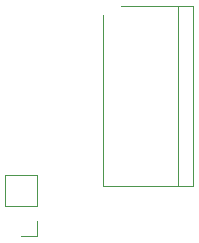
<source format=gbr>
%TF.GenerationSoftware,KiCad,Pcbnew,8.0.0*%
%TF.CreationDate,2024-08-24T05:38:51-07:00*%
%TF.ProjectId,aftbulkhead,61667462-756c-46b6-9865-61642e6b6963,rev?*%
%TF.SameCoordinates,Original*%
%TF.FileFunction,Legend,Top*%
%TF.FilePolarity,Positive*%
%FSLAX46Y46*%
G04 Gerber Fmt 4.6, Leading zero omitted, Abs format (unit mm)*
G04 Created by KiCad (PCBNEW 8.0.0) date 2024-08-24 05:38:51*
%MOMM*%
%LPD*%
G01*
G04 APERTURE LIST*
%ADD10C,0.120000*%
%ADD11C,6.500000*%
%ADD12C,3.200000*%
%ADD13C,2.200000*%
%ADD14R,2.500000X2.500000*%
%ADD15C,3.000000*%
%ADD16C,2.500000*%
%ADD17R,1.700000X1.700000*%
%ADD18O,1.700000X1.700000*%
G04 APERTURE END LIST*
D10*
%TO.C,SW1*%
X172516800Y-92202000D02*
X172516800Y-76962000D01*
X178866800Y-92202000D02*
X178866800Y-76962000D01*
X180136800Y-92202000D02*
X172516800Y-92202000D01*
X180136800Y-92202000D02*
X180136800Y-76962000D01*
X180136800Y-76962000D02*
X172516800Y-76962000D01*
%TO.C,J1*%
X166887200Y-96437600D02*
X165557200Y-96437600D01*
X166887200Y-95107600D02*
X166887200Y-96437600D01*
X166887200Y-93837600D02*
X166887200Y-91237600D01*
X166887200Y-93837600D02*
X164227200Y-93837600D01*
X166887200Y-91237600D02*
X164227200Y-91237600D01*
X164227200Y-93837600D02*
X164227200Y-91237600D01*
%TD*%
%LPC*%
D11*
%TO.C,H8*%
X152501600Y-81483200D03*
%TD*%
%TO.C,H9*%
X152501600Y-88696800D03*
%TD*%
D12*
%TO.C,H7*%
X154686000Y-94081600D03*
%TD*%
%TO.C,H6*%
X172669200Y-94081600D03*
%TD*%
%TO.C,H5*%
X154686000Y-76098400D03*
%TD*%
%TO.C,H4*%
X172669200Y-76098400D03*
%TD*%
D13*
%TO.C,H3*%
X158242000Y-80010000D03*
%TD*%
%TO.C,H2*%
X158242000Y-83820000D03*
%TD*%
%TO.C,H1*%
X158242000Y-87630000D03*
%TD*%
D14*
%TO.C,SW1*%
X176326800Y-89662000D03*
D15*
X176326800Y-84582000D03*
D16*
X176326800Y-79502000D03*
%TD*%
D17*
%TO.C,J1*%
X165557200Y-95107600D03*
D18*
X165557200Y-92567600D03*
%TD*%
%LPD*%
M02*

</source>
